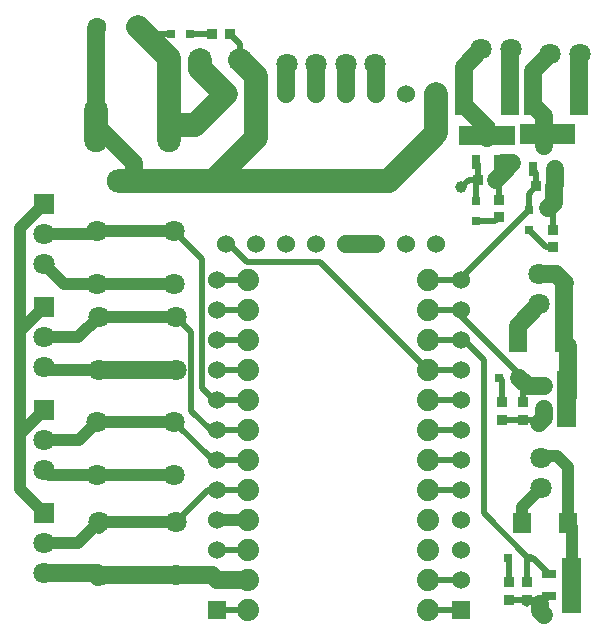
<source format=gtl>
G04 Layer: TopLayer*
G04 EasyEDA v6.5.22, 2025-01-04 22:24:20*
G04 4654ec591aaf40839b9ddd4dd84afded,10*
G04 Gerber Generator version 0.2*
G04 Scale: 100 percent, Rotated: No, Reflected: No *
G04 Dimensions in millimeters *
G04 leading zeros omitted , absolute positions ,4 integer and 5 decimal *
%FSLAX45Y45*%
%MOMM*%

%AMMACRO1*21,1,$1,$2,0,0,$3*%
%ADD10C,2.0000*%
%ADD11C,0.5000*%
%ADD12C,1.5000*%
%ADD13C,1.0000*%
%ADD14R,1.6000X1.7000*%
%ADD15R,1.2500X0.7000*%
%ADD16R,0.8000X0.8000*%
%ADD17R,0.7000X1.2500*%
%ADD18MACRO1,0.864X0.8065X0.0000*%
%ADD19R,0.8640X0.8065*%
%ADD20MACRO1,0.864X0.8065X-90.0000*%
%ADD21MACRO1,1.296X1.7575X-90.0000*%
%ADD22MACRO1,0.864X0.8065X90.0000*%
%ADD23O,1.9999959999999999X4.5999908*%
%ADD24O,4.5999908X1.9999959999999999*%
%ADD25C,1.8000*%
%ADD26C,1.8796*%
%ADD27C,1.5240*%
%ADD28R,1.8000X1.8000*%
%ADD29C,1.6000*%
%ADD30R,1.5240X1.5240*%
%ADD31C,1.1000*%
%ADD32C,0.0159*%

%LPD*%
G36*
X4686300Y876300D02*
G01*
X4686300Y406400D01*
X4851400Y406400D01*
X4851400Y876300D01*
G37*
G36*
X4641850Y2457450D02*
G01*
X4641850Y1987550D01*
X4806950Y1987550D01*
X4806950Y2457450D01*
G37*
G36*
X4330700Y4546600D02*
G01*
X4330700Y4381500D01*
X4800600Y4381500D01*
X4800600Y4546600D01*
G37*
G36*
X3816350Y4533900D02*
G01*
X3816350Y4368800D01*
X4286250Y4368800D01*
X4286250Y4533900D01*
G37*
D10*
X2095500Y4800600D02*
G01*
X2095500Y4435477D01*
X1730308Y4070286D01*
D11*
X1841500Y3530600D02*
G01*
X1866900Y3530600D01*
X2019300Y3378200D01*
X2641600Y3378200D01*
X3556000Y2463800D01*
D10*
X3619500Y4800600D02*
G01*
X3619500Y4470400D01*
X3219386Y4070286D01*
X1064099Y4070286D01*
X1622069Y5092700D02*
G01*
X1622069Y5020030D01*
X1841500Y4800600D01*
D11*
X1728061Y5308600D02*
G01*
X1540459Y5308600D01*
X1878736Y5308600D02*
G01*
X1959330Y5228005D01*
X1959330Y5092700D01*
D10*
X1959330Y5092700D02*
G01*
X2095500Y4956530D01*
X2095500Y4800600D01*
X1102105Y5372100D02*
G01*
X1364071Y5110134D01*
X1364071Y4540288D01*
X1841500Y4800600D02*
G01*
X1581188Y4540288D01*
X1364073Y4540288D01*
D12*
X744110Y4540313D02*
G01*
X1064099Y4220324D01*
X1064099Y4070286D01*
X752094Y5372100D02*
G01*
X744110Y5364116D01*
X744110Y4540310D01*
X1417193Y2467406D02*
G01*
X767206Y2467406D01*
D13*
X304800Y3361265D02*
G01*
X474759Y3191306D01*
X754506Y3191306D01*
X304800Y2489205D02*
G01*
X326598Y2467406D01*
X767206Y2467406D01*
X754509Y1578414D02*
G01*
X1404495Y1578414D01*
X304800Y1617139D02*
G01*
X343524Y1578414D01*
X754509Y1578414D01*
X767209Y1126703D02*
G01*
X817999Y1177493D01*
X1417193Y1177493D01*
X754509Y2028400D02*
G01*
X1404495Y2028400D01*
X754506Y3191306D02*
G01*
X1404493Y3191306D01*
X767206Y2917393D02*
G01*
X1417193Y2917393D01*
X754506Y3641293D02*
G01*
X1404493Y3641293D01*
X754506Y3641293D02*
G01*
X728479Y3615265D01*
X304800Y3615265D01*
X767206Y2917393D02*
G01*
X593018Y2743205D01*
X304800Y2743205D01*
X754509Y2028400D02*
G01*
X597247Y1871139D01*
X304800Y1871139D01*
X767206Y1177493D02*
G01*
X588784Y999070D01*
X304800Y999070D01*
X304800Y3869265D02*
G01*
X101600Y3666065D01*
X101600Y2794005D01*
X304800Y2997205D02*
G01*
X101600Y2794005D01*
X101600Y1921939D01*
X304800Y1253073D02*
G01*
X101600Y1456273D01*
X101600Y1921939D01*
X304800Y2125139D01*
D12*
X767206Y727506D02*
G01*
X749642Y745070D01*
X304800Y745070D01*
X1765300Y685800D02*
G01*
X1723593Y727506D01*
X1417193Y727506D01*
D11*
X1417193Y1177493D02*
G01*
X1687499Y1447800D01*
X1765300Y1447800D01*
X1404495Y2028400D02*
G01*
X1731096Y1701800D01*
X1765300Y1701800D01*
X1417193Y2917393D02*
G01*
X1549400Y2785186D01*
X1549400Y2120900D01*
X1714500Y1955800D01*
X1765300Y1955800D01*
X1404493Y3641293D02*
G01*
X1638300Y3407486D01*
X1638300Y2311400D01*
X1739900Y2209800D01*
X1765300Y2209800D01*
X2032000Y1955800D02*
G01*
X1765300Y1955800D01*
X2032000Y1701800D02*
G01*
X1765300Y1701800D01*
X2032000Y1447800D02*
G01*
X1765300Y1447800D01*
D13*
X2032000Y1193800D02*
G01*
X1765300Y1193800D01*
D11*
X2032000Y939800D02*
G01*
X1765300Y939800D01*
D12*
X2032000Y685800D02*
G01*
X1765300Y685800D01*
D11*
X2032000Y431800D02*
G01*
X1765300Y431800D01*
X2032000Y2209800D02*
G01*
X1765300Y2209800D01*
X2032000Y2463800D02*
G01*
X1765300Y2463800D01*
X2032000Y2717800D02*
G01*
X1765300Y2717800D01*
X2032000Y2971800D02*
G01*
X1765300Y2971800D01*
D12*
X3111500Y3530600D02*
G01*
X2857500Y3530600D01*
X3105531Y5054600D02*
G01*
X3111500Y5048630D01*
X3111500Y4800600D01*
X2855595Y5054600D02*
G01*
X2857500Y5052695D01*
X2857500Y4800600D01*
X2605659Y5054600D02*
G01*
X2603500Y5052440D01*
X2603500Y4800600D01*
X2355468Y5054600D02*
G01*
X2349500Y5048630D01*
X2349500Y4800600D01*
D11*
X3835400Y4013200D02*
G01*
X3898900Y4076700D01*
X3975861Y4076700D01*
X1765300Y3225800D02*
G01*
X2032000Y3225800D01*
X4406900Y3818889D02*
G01*
X3835400Y3247389D01*
X3835400Y3225800D01*
X3835400Y2717800D02*
G01*
X3860800Y2717800D01*
X4025900Y2552700D01*
X4025900Y1253489D01*
X4403090Y876300D01*
X3835400Y2971800D02*
G01*
X3835400Y2921000D01*
X4326890Y2429510D01*
X4326890Y2400300D01*
X3556000Y3225800D02*
G01*
X3835400Y3225800D01*
X3556000Y2971800D02*
G01*
X3835400Y2971800D01*
X3556000Y2717800D02*
G01*
X3835400Y2717800D01*
X3556000Y2463800D02*
G01*
X3835400Y2463800D01*
X3556000Y2209800D02*
G01*
X3835400Y2209800D01*
X3556000Y1955800D02*
G01*
X3835400Y1955800D01*
X3556000Y1701800D02*
G01*
X3835400Y1701800D01*
X3556000Y1447800D02*
G01*
X3835400Y1447800D01*
X3556000Y685800D02*
G01*
X3835400Y685800D01*
X3556000Y431800D02*
G01*
X3835400Y431800D01*
X3956304Y4230700D02*
G01*
X3975963Y4211040D01*
X3975963Y4076700D01*
X3975963Y4076700D02*
G01*
X3962400Y4063136D01*
X3962400Y3895089D01*
X4126636Y4076700D02*
G01*
X4152900Y4050436D01*
X4152900Y3910736D01*
X4152900Y3760063D02*
G01*
X4117746Y3724910D01*
X3962400Y3724910D01*
X4438904Y4167200D02*
G01*
X4471263Y4134840D01*
X4471263Y4025900D01*
X4471263Y4025900D02*
G01*
X4406900Y3961536D01*
X4406900Y3818889D01*
X4406900Y3648710D02*
G01*
X4549546Y3506063D01*
X4610100Y3506063D01*
X4572000Y3835400D02*
G01*
X4610100Y3797300D01*
X4610100Y3656736D01*
X4156709Y2400300D02*
G01*
X4178300Y2378710D01*
X4178300Y2196236D01*
X4326890Y2400300D02*
G01*
X4356100Y2371089D01*
X4356100Y2196236D01*
X4178300Y2045563D02*
G01*
X4356100Y2045563D01*
X4495800Y2019300D02*
G01*
X4469536Y2045563D01*
X4356100Y2045563D01*
D12*
X4704499Y2705100D02*
G01*
X4735499Y2674099D01*
X4735499Y2235200D01*
X4326890Y2400300D02*
G01*
X4396993Y2330195D01*
X4535500Y2330195D01*
X4267200Y4216400D02*
G01*
X4126738Y4076700D01*
X3855300Y4711700D02*
G01*
X4051300Y4515700D01*
X4051300Y4430699D01*
X4439500Y4711700D02*
G01*
X4533900Y4617300D01*
X4533900Y4367199D01*
X4495800Y3022600D02*
G01*
X4312500Y2839300D01*
X4312500Y2705100D01*
X4495800Y3276600D02*
G01*
X4635500Y3276600D01*
X4711700Y3200400D01*
X4704499Y3193199D01*
X4704499Y2705100D01*
X4495800Y2019300D02*
G01*
X4535500Y2059000D01*
X4535500Y2140204D01*
X4621936Y4025900D02*
G01*
X4628895Y4032859D01*
X4628895Y4167200D01*
X4572000Y3835400D02*
G01*
X4621936Y3885336D01*
X4621936Y4025900D01*
X4267200Y4216400D02*
G01*
X4191000Y4216400D01*
X4838700Y5143500D02*
G01*
X4831494Y5136294D01*
X4831494Y4711700D01*
X4584700Y5143500D02*
G01*
X4439505Y4998305D01*
X4439505Y4711700D01*
X4254500Y5181600D02*
G01*
X4247294Y5174394D01*
X4247294Y4711700D01*
X4504357Y483461D02*
G01*
X4504357Y423242D01*
X4533900Y393700D01*
D13*
X4508500Y1468549D02*
G01*
X4350600Y1310650D01*
X4350600Y1168400D01*
X4742599Y1168400D02*
G01*
X4742599Y1645500D01*
X4648200Y1739900D01*
X4525850Y1739900D01*
X4508500Y1722549D01*
X4742599Y1168400D02*
G01*
X4773599Y1137399D01*
X4773599Y647700D01*
D11*
X4573600Y742695D02*
G01*
X4439996Y876300D01*
X4403090Y876300D01*
X4403092Y876300D02*
G01*
X4394200Y867407D01*
X4394200Y672236D01*
X4232907Y876300D02*
G01*
X4241800Y867407D01*
X4241800Y672236D01*
X4394200Y521563D02*
G01*
X4542459Y521563D01*
X4573600Y552704D01*
X4241800Y521563D02*
G01*
X4356097Y521563D01*
X4394200Y483461D01*
D12*
X1417142Y727557D02*
G01*
X817948Y727557D01*
X761949Y711250D01*
D11*
X1380489Y5308600D02*
G01*
X1202181Y5308600D01*
D12*
X4000500Y5181600D02*
G01*
X3855211Y5036312D01*
X3855211Y4711700D01*
D14*
G01*
X4742611Y1168400D03*
G01*
X4350588Y1168400D03*
D15*
G01*
X4573600Y742695D03*
G01*
X4573600Y552704D03*
G01*
X4773599Y647700D03*
D16*
G01*
X4232909Y876300D03*
G01*
X4403090Y876300D03*
D14*
G01*
X4704511Y2705100D03*
G01*
X4312488Y2705100D03*
G01*
X4439513Y4711700D03*
G01*
X4831511Y4711700D03*
G01*
X3855288Y4711700D03*
G01*
X4247311Y4711700D03*
D15*
G01*
X4535500Y2330195D03*
G01*
X4535500Y2140204D03*
G01*
X4735499Y2235200D03*
D17*
G01*
X4438904Y4167200D03*
G01*
X4628895Y4167200D03*
G01*
X4533900Y4367199D03*
G01*
X3956304Y4230700D03*
G01*
X4146295Y4230700D03*
G01*
X4051300Y4430699D03*
D16*
G01*
X4156709Y2400300D03*
G01*
X4326890Y2400300D03*
G01*
X4406900Y3648710D03*
G01*
X4406900Y3818889D03*
G01*
X3962400Y3724910D03*
G01*
X3962400Y3895089D03*
D18*
G01*
X4394200Y672224D03*
D19*
G01*
X4394200Y521563D03*
D18*
G01*
X4356100Y2196224D03*
D19*
G01*
X4356100Y2045563D03*
D20*
G01*
X4471275Y4025900D03*
G01*
X4621924Y4025900D03*
G01*
X3975975Y4076700D03*
G01*
X4126624Y4076700D03*
D18*
G01*
X4241800Y672224D03*
D19*
G01*
X4241800Y521563D03*
D18*
G01*
X4178300Y2196224D03*
D19*
G01*
X4178300Y2045563D03*
D18*
G01*
X4610100Y3506075D03*
D19*
G01*
X4610100Y3656736D03*
D18*
G01*
X4152900Y3760075D03*
D19*
G01*
X4152900Y3910736D03*
D21*
G01*
X1622075Y5092700D03*
G01*
X1959324Y5092700D03*
D16*
G01*
X1380566Y5308600D03*
G01*
X1540459Y5308600D03*
D22*
G01*
X1878724Y5308600D03*
G01*
X1728075Y5308600D03*
D23*
G01*
X1364081Y4540275D03*
G01*
X744118Y4540300D03*
D24*
G01*
X1064107Y4070273D03*
D25*
G01*
X2355468Y5054600D03*
G01*
X2605659Y5054600D03*
G01*
X2855595Y5054600D03*
G01*
X3105531Y5054600D03*
D26*
G01*
X3556000Y431800D03*
G01*
X3556000Y685800D03*
G01*
X3556000Y939800D03*
G01*
X3556000Y1193800D03*
G01*
X3556000Y1447800D03*
G01*
X3556000Y1701800D03*
G01*
X3556000Y1955800D03*
G01*
X3556000Y2209800D03*
G01*
X3556000Y2463800D03*
G01*
X3556000Y2717800D03*
G01*
X3556000Y2971800D03*
G01*
X3556000Y3225800D03*
G01*
X2032000Y3225800D03*
G01*
X2032000Y2971800D03*
G01*
X2032000Y2717800D03*
G01*
X2032000Y2463800D03*
G01*
X2032000Y2209800D03*
G01*
X2032000Y1955800D03*
G01*
X2032000Y1701800D03*
G01*
X2032000Y1447800D03*
G01*
X2032000Y1193800D03*
G01*
X2032000Y939800D03*
G01*
X2032000Y685800D03*
G01*
X2032000Y431800D03*
D27*
G01*
X3619500Y3530600D03*
G01*
X3619500Y4800600D03*
G01*
X3365500Y3530600D03*
G01*
X3111500Y3530600D03*
G01*
X2857500Y3530600D03*
G01*
X2603500Y3530600D03*
G01*
X2349500Y3530600D03*
G01*
X2095500Y3530600D03*
G01*
X1841500Y3530600D03*
G01*
X3365500Y4800600D03*
G01*
X3111500Y4800600D03*
G01*
X2857500Y4800600D03*
G01*
X2603500Y4800600D03*
G01*
X2349500Y4800600D03*
G01*
X2095500Y4800600D03*
G01*
X1841500Y4800600D03*
D25*
G01*
X4508500Y1722551D03*
G01*
X4508500Y1468551D03*
G01*
X4495800Y3276600D03*
G01*
X4495800Y3022600D03*
G01*
X4584700Y5143500D03*
G01*
X4838700Y5143500D03*
G01*
X4000500Y5181600D03*
G01*
X4254500Y5181600D03*
D28*
G01*
X304800Y3869258D03*
D25*
G01*
X304800Y3615258D03*
G01*
X304800Y3361258D03*
G01*
X754506Y3641293D03*
G01*
X1404493Y3641293D03*
G01*
X754506Y3191306D03*
G01*
X1404493Y3191306D03*
G01*
X767206Y2917393D03*
G01*
X1417193Y2917393D03*
G01*
X767206Y2467406D03*
G01*
X1417193Y2467406D03*
D29*
G01*
X752094Y5372100D03*
G01*
X1102105Y5372100D03*
D27*
G01*
X3835400Y3225800D03*
G01*
X3835400Y2971800D03*
G01*
X3835400Y2717800D03*
G01*
X3835400Y2463800D03*
G01*
X3835400Y2209800D03*
G01*
X3835400Y1955800D03*
G01*
X3835400Y1701800D03*
G01*
X3835400Y1447800D03*
G01*
X3835400Y1193800D03*
G01*
X3835400Y939800D03*
G01*
X3835400Y685800D03*
D30*
G01*
X3835400Y431800D03*
D27*
G01*
X1765300Y3225800D03*
G01*
X1765300Y2971800D03*
G01*
X1765300Y2717800D03*
G01*
X1765300Y2463800D03*
G01*
X1765300Y2209800D03*
G01*
X1765300Y1955800D03*
G01*
X1765300Y1701800D03*
G01*
X1765300Y1447800D03*
G01*
X1765300Y1193800D03*
G01*
X1765300Y939800D03*
G01*
X1765300Y685800D03*
D30*
G01*
X1765300Y431800D03*
D28*
G01*
X304800Y1253058D03*
D25*
G01*
X304800Y999083D03*
G01*
X304800Y745083D03*
G01*
X767206Y1177493D03*
G01*
X1417193Y1177493D03*
G01*
X767206Y727506D03*
G01*
X1417193Y727506D03*
D28*
G01*
X304800Y2125141D03*
D25*
G01*
X304800Y1871141D03*
G01*
X304800Y1617141D03*
G01*
X754506Y2028393D03*
G01*
X1404493Y2028393D03*
G01*
X754506Y1578406D03*
G01*
X1404493Y1578406D03*
D28*
G01*
X304800Y2997200D03*
D25*
G01*
X304800Y2743200D03*
G01*
X304800Y2489200D03*
D31*
G01*
X4533900Y393700D03*
G01*
X4495800Y2019300D03*
G01*
X4267200Y4216400D03*
G01*
X4572000Y3835400D03*
D13*
G01*
X3835400Y4013200D03*
M02*

</source>
